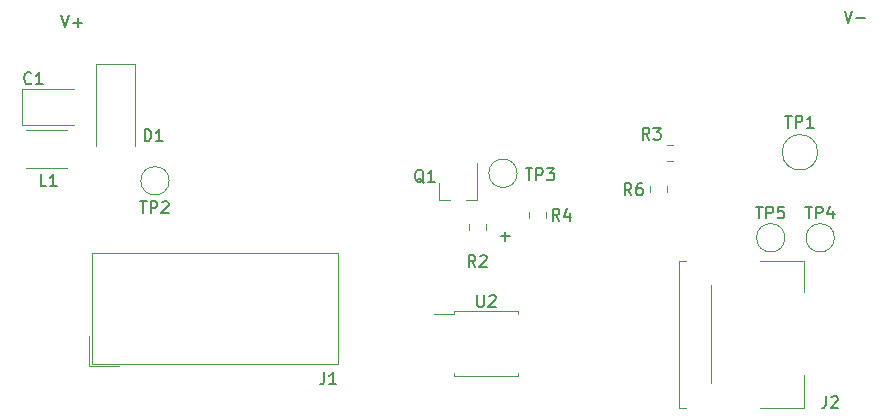
<source format=gbr>
G04 #@! TF.GenerationSoftware,KiCad,Pcbnew,(5.1.5-0-10_14)*
G04 #@! TF.CreationDate,2020-04-18T14:37:19+10:00*
G04 #@! TF.ProjectId,hrem,6872656d-2e6b-4696-9361-645f70636258,rev?*
G04 #@! TF.SameCoordinates,Original*
G04 #@! TF.FileFunction,Legend,Top*
G04 #@! TF.FilePolarity,Positive*
%FSLAX46Y46*%
G04 Gerber Fmt 4.6, Leading zero omitted, Abs format (unit mm)*
G04 Created by KiCad (PCBNEW (5.1.5-0-10_14)) date 2020-04-18 14:37:19*
%MOMM*%
%LPD*%
G04 APERTURE LIST*
%ADD10C,0.120000*%
%ADD11C,0.060000*%
%ADD12C,0.150000*%
G04 APERTURE END LIST*
D10*
X123183500Y-69723000D02*
G75*
G03X123183500Y-69723000I-1200000J0D01*
G01*
X127374500Y-69723000D02*
G75*
G03X127374500Y-69723000I-1200000J0D01*
G01*
X100514000Y-64262000D02*
G75*
G03X100514000Y-64262000I-1200000J0D01*
G01*
X71050000Y-64897000D02*
G75*
G03X71050000Y-64897000I-1200000J0D01*
G01*
X125960000Y-62484000D02*
G75*
G03X125960000Y-62484000I-1500000J0D01*
G01*
X64500000Y-71017000D02*
X85360000Y-71017000D01*
X85360000Y-71017000D02*
X85360000Y-80367000D01*
X85360000Y-80367000D02*
X64500000Y-80367000D01*
X64500000Y-80367000D02*
X64500000Y-71017000D01*
X64250000Y-80617000D02*
X66790000Y-80617000D01*
X64250000Y-80617000D02*
X64250000Y-78077000D01*
X113168500Y-65865752D02*
X113168500Y-65343248D01*
X111748500Y-65865752D02*
X111748500Y-65343248D01*
X58920000Y-60630000D02*
X62420000Y-60630000D01*
X58920000Y-63830000D02*
X62420000Y-63830000D01*
X97897500Y-81401500D02*
X100622500Y-81401500D01*
X100622500Y-81401500D02*
X100622500Y-81141500D01*
X97897500Y-81401500D02*
X95172500Y-81401500D01*
X95172500Y-81401500D02*
X95172500Y-81141500D01*
X97897500Y-75951500D02*
X100622500Y-75951500D01*
X100622500Y-75951500D02*
X100622500Y-76211500D01*
X97897500Y-75951500D02*
X95172500Y-75951500D01*
X95172500Y-75951500D02*
X95172500Y-76211500D01*
X95172500Y-76211500D02*
X93497500Y-76211500D01*
X101525000Y-67565748D02*
X101525000Y-68088252D01*
X102945000Y-67565748D02*
X102945000Y-68088252D01*
X113222248Y-61837500D02*
X113744752Y-61837500D01*
X113222248Y-63257500D02*
X113744752Y-63257500D01*
X96445000Y-68563748D02*
X96445000Y-69086252D01*
X97865000Y-68563748D02*
X97865000Y-69086252D01*
X68198000Y-55036000D02*
X64898000Y-55036000D01*
X64898000Y-55036000D02*
X64898000Y-61936000D01*
X68198000Y-55036000D02*
X68198000Y-61936000D01*
X58579000Y-60184000D02*
X62964000Y-60184000D01*
X58579000Y-57164000D02*
X58579000Y-60184000D01*
X62964000Y-57164000D02*
X58579000Y-57164000D01*
D11*
X114212000Y-84151000D02*
X114812000Y-84151000D01*
X114212000Y-71651000D02*
X114212000Y-84151000D01*
X114812000Y-71651000D02*
X114212000Y-71651000D01*
D10*
X124812000Y-71651000D02*
X124812000Y-74351000D01*
X124812000Y-71651000D02*
X121112000Y-71651000D01*
X124812000Y-84151000D02*
X124812000Y-81351000D01*
X121112000Y-84151000D02*
X124812000Y-84151000D01*
X116912000Y-73751000D02*
X116912000Y-82051000D01*
X93924000Y-66522000D02*
X94854000Y-66522000D01*
X97084000Y-66522000D02*
X96154000Y-66522000D01*
X97084000Y-66522000D02*
X97084000Y-63362000D01*
X93924000Y-66522000D02*
X93924000Y-65062000D01*
D12*
X99512428Y-69976952D02*
X99512428Y-69215047D01*
X99893380Y-69596000D02*
X99131476Y-69596000D01*
X120721595Y-67079880D02*
X121293023Y-67079880D01*
X121007309Y-68079880D02*
X121007309Y-67079880D01*
X121626357Y-68079880D02*
X121626357Y-67079880D01*
X122007309Y-67079880D01*
X122102547Y-67127500D01*
X122150166Y-67175119D01*
X122197785Y-67270357D01*
X122197785Y-67413214D01*
X122150166Y-67508452D01*
X122102547Y-67556071D01*
X122007309Y-67603690D01*
X121626357Y-67603690D01*
X123102547Y-67079880D02*
X122626357Y-67079880D01*
X122578738Y-67556071D01*
X122626357Y-67508452D01*
X122721595Y-67460833D01*
X122959690Y-67460833D01*
X123054928Y-67508452D01*
X123102547Y-67556071D01*
X123150166Y-67651309D01*
X123150166Y-67889404D01*
X123102547Y-67984642D01*
X123054928Y-68032261D01*
X122959690Y-68079880D01*
X122721595Y-68079880D01*
X122626357Y-68032261D01*
X122578738Y-67984642D01*
X124912595Y-67079880D02*
X125484023Y-67079880D01*
X125198309Y-68079880D02*
X125198309Y-67079880D01*
X125817357Y-68079880D02*
X125817357Y-67079880D01*
X126198309Y-67079880D01*
X126293547Y-67127500D01*
X126341166Y-67175119D01*
X126388785Y-67270357D01*
X126388785Y-67413214D01*
X126341166Y-67508452D01*
X126293547Y-67556071D01*
X126198309Y-67603690D01*
X125817357Y-67603690D01*
X127245928Y-67413214D02*
X127245928Y-68079880D01*
X127007833Y-67032261D02*
X126769738Y-67746547D01*
X127388785Y-67746547D01*
X101227095Y-63841380D02*
X101798523Y-63841380D01*
X101512809Y-64841380D02*
X101512809Y-63841380D01*
X102131857Y-64841380D02*
X102131857Y-63841380D01*
X102512809Y-63841380D01*
X102608047Y-63889000D01*
X102655666Y-63936619D01*
X102703285Y-64031857D01*
X102703285Y-64174714D01*
X102655666Y-64269952D01*
X102608047Y-64317571D01*
X102512809Y-64365190D01*
X102131857Y-64365190D01*
X103036619Y-63841380D02*
X103655666Y-63841380D01*
X103322333Y-64222333D01*
X103465190Y-64222333D01*
X103560428Y-64269952D01*
X103608047Y-64317571D01*
X103655666Y-64412809D01*
X103655666Y-64650904D01*
X103608047Y-64746142D01*
X103560428Y-64793761D01*
X103465190Y-64841380D01*
X103179476Y-64841380D01*
X103084238Y-64793761D01*
X103036619Y-64746142D01*
X68588095Y-66635380D02*
X69159523Y-66635380D01*
X68873809Y-67635380D02*
X68873809Y-66635380D01*
X69492857Y-67635380D02*
X69492857Y-66635380D01*
X69873809Y-66635380D01*
X69969047Y-66683000D01*
X70016666Y-66730619D01*
X70064285Y-66825857D01*
X70064285Y-66968714D01*
X70016666Y-67063952D01*
X69969047Y-67111571D01*
X69873809Y-67159190D01*
X69492857Y-67159190D01*
X70445238Y-66730619D02*
X70492857Y-66683000D01*
X70588095Y-66635380D01*
X70826190Y-66635380D01*
X70921428Y-66683000D01*
X70969047Y-66730619D01*
X71016666Y-66825857D01*
X71016666Y-66921095D01*
X70969047Y-67063952D01*
X70397619Y-67635380D01*
X71016666Y-67635380D01*
X123198095Y-59396380D02*
X123769523Y-59396380D01*
X123483809Y-60396380D02*
X123483809Y-59396380D01*
X124102857Y-60396380D02*
X124102857Y-59396380D01*
X124483809Y-59396380D01*
X124579047Y-59444000D01*
X124626666Y-59491619D01*
X124674285Y-59586857D01*
X124674285Y-59729714D01*
X124626666Y-59824952D01*
X124579047Y-59872571D01*
X124483809Y-59920190D01*
X124102857Y-59920190D01*
X125626666Y-60396380D02*
X125055238Y-60396380D01*
X125340952Y-60396380D02*
X125340952Y-59396380D01*
X125245714Y-59539238D01*
X125150476Y-59634476D01*
X125055238Y-59682095D01*
X84185166Y-81113380D02*
X84185166Y-81827666D01*
X84137547Y-81970523D01*
X84042309Y-82065761D01*
X83899452Y-82113380D01*
X83804214Y-82113380D01*
X85185166Y-82113380D02*
X84613738Y-82113380D01*
X84899452Y-82113380D02*
X84899452Y-81113380D01*
X84804214Y-81256238D01*
X84708976Y-81351476D01*
X84613738Y-81399095D01*
X110196333Y-66111380D02*
X109863000Y-65635190D01*
X109624904Y-66111380D02*
X109624904Y-65111380D01*
X110005857Y-65111380D01*
X110101095Y-65159000D01*
X110148714Y-65206619D01*
X110196333Y-65301857D01*
X110196333Y-65444714D01*
X110148714Y-65539952D01*
X110101095Y-65587571D01*
X110005857Y-65635190D01*
X109624904Y-65635190D01*
X111053476Y-65111380D02*
X110863000Y-65111380D01*
X110767761Y-65159000D01*
X110720142Y-65206619D01*
X110624904Y-65349476D01*
X110577285Y-65539952D01*
X110577285Y-65920904D01*
X110624904Y-66016142D01*
X110672523Y-66063761D01*
X110767761Y-66111380D01*
X110958238Y-66111380D01*
X111053476Y-66063761D01*
X111101095Y-66016142D01*
X111148714Y-65920904D01*
X111148714Y-65682809D01*
X111101095Y-65587571D01*
X111053476Y-65539952D01*
X110958238Y-65492333D01*
X110767761Y-65492333D01*
X110672523Y-65539952D01*
X110624904Y-65587571D01*
X110577285Y-65682809D01*
X60666333Y-65349380D02*
X60190142Y-65349380D01*
X60190142Y-64349380D01*
X61523476Y-65349380D02*
X60952047Y-65349380D01*
X61237761Y-65349380D02*
X61237761Y-64349380D01*
X61142523Y-64492238D01*
X61047285Y-64587476D01*
X60952047Y-64635095D01*
X97135595Y-74568880D02*
X97135595Y-75378404D01*
X97183214Y-75473642D01*
X97230833Y-75521261D01*
X97326071Y-75568880D01*
X97516547Y-75568880D01*
X97611785Y-75521261D01*
X97659404Y-75473642D01*
X97707023Y-75378404D01*
X97707023Y-74568880D01*
X98135595Y-74664119D02*
X98183214Y-74616500D01*
X98278452Y-74568880D01*
X98516547Y-74568880D01*
X98611785Y-74616500D01*
X98659404Y-74664119D01*
X98707023Y-74759357D01*
X98707023Y-74854595D01*
X98659404Y-74997452D01*
X98087976Y-75568880D01*
X98707023Y-75568880D01*
X104100333Y-68270380D02*
X103767000Y-67794190D01*
X103528904Y-68270380D02*
X103528904Y-67270380D01*
X103909857Y-67270380D01*
X104005095Y-67318000D01*
X104052714Y-67365619D01*
X104100333Y-67460857D01*
X104100333Y-67603714D01*
X104052714Y-67698952D01*
X104005095Y-67746571D01*
X103909857Y-67794190D01*
X103528904Y-67794190D01*
X104957476Y-67603714D02*
X104957476Y-68270380D01*
X104719380Y-67222761D02*
X104481285Y-67937047D01*
X105100333Y-67937047D01*
X111720333Y-61412380D02*
X111387000Y-60936190D01*
X111148904Y-61412380D02*
X111148904Y-60412380D01*
X111529857Y-60412380D01*
X111625095Y-60460000D01*
X111672714Y-60507619D01*
X111720333Y-60602857D01*
X111720333Y-60745714D01*
X111672714Y-60840952D01*
X111625095Y-60888571D01*
X111529857Y-60936190D01*
X111148904Y-60936190D01*
X112053666Y-60412380D02*
X112672714Y-60412380D01*
X112339380Y-60793333D01*
X112482238Y-60793333D01*
X112577476Y-60840952D01*
X112625095Y-60888571D01*
X112672714Y-60983809D01*
X112672714Y-61221904D01*
X112625095Y-61317142D01*
X112577476Y-61364761D01*
X112482238Y-61412380D01*
X112196523Y-61412380D01*
X112101285Y-61364761D01*
X112053666Y-61317142D01*
X96988333Y-72189380D02*
X96655000Y-71713190D01*
X96416904Y-72189380D02*
X96416904Y-71189380D01*
X96797857Y-71189380D01*
X96893095Y-71237000D01*
X96940714Y-71284619D01*
X96988333Y-71379857D01*
X96988333Y-71522714D01*
X96940714Y-71617952D01*
X96893095Y-71665571D01*
X96797857Y-71713190D01*
X96416904Y-71713190D01*
X97369285Y-71284619D02*
X97416904Y-71237000D01*
X97512142Y-71189380D01*
X97750238Y-71189380D01*
X97845476Y-71237000D01*
X97893095Y-71284619D01*
X97940714Y-71379857D01*
X97940714Y-71475095D01*
X97893095Y-71617952D01*
X97321666Y-72189380D01*
X97940714Y-72189380D01*
X68984904Y-61539380D02*
X68984904Y-60539380D01*
X69223000Y-60539380D01*
X69365857Y-60587000D01*
X69461095Y-60682238D01*
X69508714Y-60777476D01*
X69556333Y-60967952D01*
X69556333Y-61110809D01*
X69508714Y-61301285D01*
X69461095Y-61396523D01*
X69365857Y-61491761D01*
X69223000Y-61539380D01*
X68984904Y-61539380D01*
X70508714Y-61539380D02*
X69937285Y-61539380D01*
X70223000Y-61539380D02*
X70223000Y-60539380D01*
X70127761Y-60682238D01*
X70032523Y-60777476D01*
X69937285Y-60825095D01*
X59396333Y-56618142D02*
X59348714Y-56665761D01*
X59205857Y-56713380D01*
X59110619Y-56713380D01*
X58967761Y-56665761D01*
X58872523Y-56570523D01*
X58824904Y-56475285D01*
X58777285Y-56284809D01*
X58777285Y-56141952D01*
X58824904Y-55951476D01*
X58872523Y-55856238D01*
X58967761Y-55761000D01*
X59110619Y-55713380D01*
X59205857Y-55713380D01*
X59348714Y-55761000D01*
X59396333Y-55808619D01*
X60348714Y-56713380D02*
X59777285Y-56713380D01*
X60063000Y-56713380D02*
X60063000Y-55713380D01*
X59967761Y-55856238D01*
X59872523Y-55951476D01*
X59777285Y-55999095D01*
X61912619Y-50887380D02*
X62245952Y-51887380D01*
X62579285Y-50887380D01*
X62912619Y-51506428D02*
X63674523Y-51506428D01*
X63293571Y-51887380D02*
X63293571Y-51125476D01*
X128232619Y-50506380D02*
X128565952Y-51506380D01*
X128899285Y-50506380D01*
X129232619Y-51125428D02*
X129994523Y-51125428D01*
X126666666Y-83145380D02*
X126666666Y-83859666D01*
X126619047Y-84002523D01*
X126523809Y-84097761D01*
X126380952Y-84145380D01*
X126285714Y-84145380D01*
X127095238Y-83240619D02*
X127142857Y-83193000D01*
X127238095Y-83145380D01*
X127476190Y-83145380D01*
X127571428Y-83193000D01*
X127619047Y-83240619D01*
X127666666Y-83335857D01*
X127666666Y-83431095D01*
X127619047Y-83573952D01*
X127047619Y-84145380D01*
X127666666Y-84145380D01*
X92614761Y-65063619D02*
X92519523Y-65016000D01*
X92424285Y-64920761D01*
X92281428Y-64777904D01*
X92186190Y-64730285D01*
X92090952Y-64730285D01*
X92138571Y-64968380D02*
X92043333Y-64920761D01*
X91948095Y-64825523D01*
X91900476Y-64635047D01*
X91900476Y-64301714D01*
X91948095Y-64111238D01*
X92043333Y-64016000D01*
X92138571Y-63968380D01*
X92329047Y-63968380D01*
X92424285Y-64016000D01*
X92519523Y-64111238D01*
X92567142Y-64301714D01*
X92567142Y-64635047D01*
X92519523Y-64825523D01*
X92424285Y-64920761D01*
X92329047Y-64968380D01*
X92138571Y-64968380D01*
X93519523Y-64968380D02*
X92948095Y-64968380D01*
X93233809Y-64968380D02*
X93233809Y-63968380D01*
X93138571Y-64111238D01*
X93043333Y-64206476D01*
X92948095Y-64254095D01*
M02*

</source>
